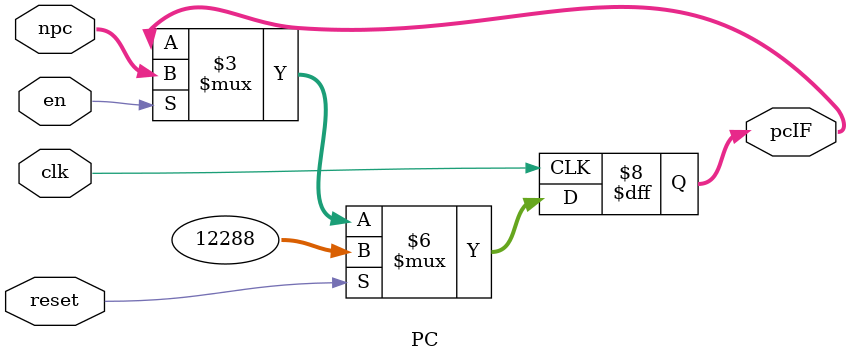
<source format=v>
`include "define.v"
module PC(
    input clk,
    input reset,
    input en,
    input [31:0] npc,
    output reg [31:0] pcIF
);
	initial begin
		pcIF = 32'h0000_3000;
	end
    always@(posedge clk)begin
        if(reset)begin
            pcIF <= 32'h0000_3000;
        end 
        else if(en)begin
            pcIF <= npc;
        end
    end
endmodule
</source>
